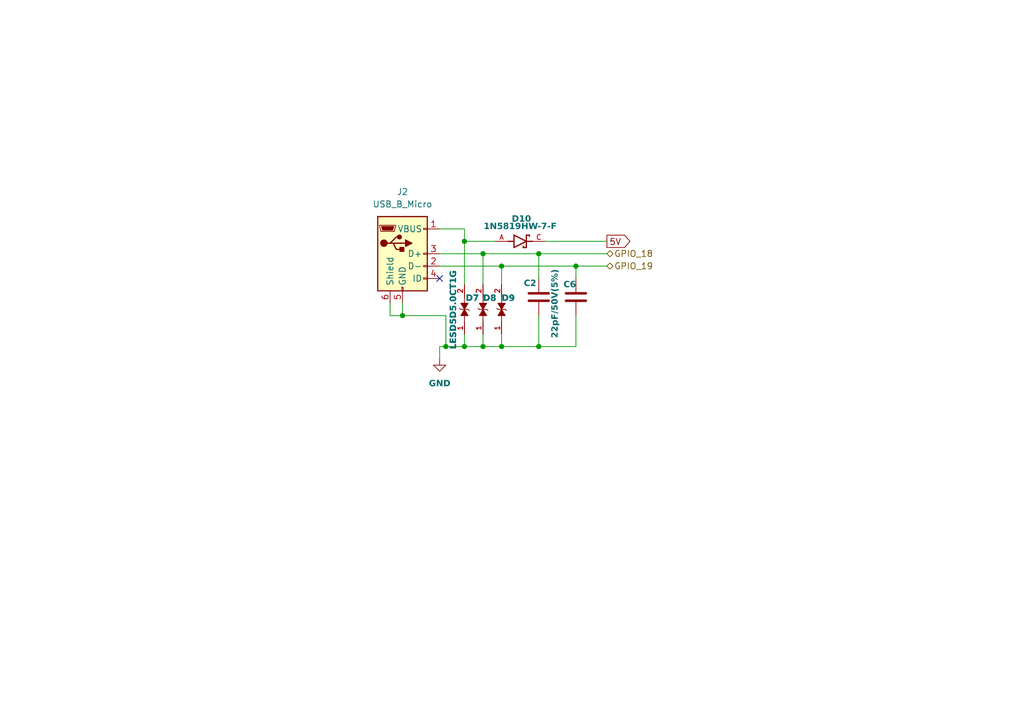
<source format=kicad_sch>
(kicad_sch (version 20250114) (generator "eeschema") (generator_version "9.0")
  (paper "A5")
  (lib_symbols
    (symbol "1N5819HW-7-F:1N5819HW-7-F" (pin_names (offset 1.016))
      (property "Reference" "D" (at -5.08 2.54 0))
      (property "Value" "1N5819HW-7-F" (at -5.08 -3.81 0))
      (symbol "1N5819HW-7-F_0_0"
        (polyline (pts (xy -2.54 0) (xy -1.27 0)) (stroke (width 0.254)))
        (polyline (pts (xy -1.27 1.27) (xy -1.27 0)) (stroke (width 0.254)))
        (polyline (pts (xy -1.27 0) (xy -1.27 -1.27)) (stroke (width 0.254)))
        (polyline (pts (xy -1.27 -1.27) (xy 1.27 0)) (stroke (width 0.254)))
        (polyline (pts (xy 0.635 -1.016) (xy 0.635 -1.27)) (stroke (width 0.254)))
        (polyline (pts (xy 1.27 1.27) (xy 1.27 0)) (stroke (width 0.254)))
        (polyline (pts (xy 1.27 0) (xy -1.27 1.27)) (stroke (width 0.254)))
        (polyline (pts (xy 1.27 0) (xy 1.27 -1.27)) (stroke (width 0.254)))
        (polyline (pts (xy 1.27 -1.27) (xy 0.635 -1.27)) (stroke (width 0.254)))
        (polyline (pts (xy 1.905 1.27) (xy 1.27 1.27)) (stroke (width 0.254)))
        (polyline (pts (xy 1.905 1.27) (xy 1.905 1.016)) (stroke (width 0.254)))
        (polyline (pts (xy 2.54 0) (xy 1.27 0)) (stroke (width 0.254)))
        (pin passive line (at -5.08 0 0) (length 2.54) (name "~") (number "A"))
        (pin passive line (at 5.08 0 180) (length 2.54) (name "~") (number "C"))
      )
    )
    (symbol "Connector:USB_B_Micro" (pin_names (offset 1.016))
      (property "Reference" "J" (at -5.08 11.43 0))
      (property "Value" "USB_B_Micro" (at -5.08 8.89 0))
      (symbol "USB_B_Micro_0_1"
        (rectangle (start -5.08 -7.62) (end 5.08 7.62) (stroke (width 0.254)) (fill (type background)))
        (polyline (pts (xy -4.699 5.842) (xy -4.699 5.588) (xy -4.445 4.826) (xy -4.445 4.572) (xy -1.651 4.572) (xy -1.651 4.826) (xy -1.397 5.588) (xy -1.397 5.842) (xy -4.699 5.842)))
        (polyline (pts (xy -4.318 5.588) (xy -1.778 5.588) (xy -2.032 4.826) (xy -4.064 4.826) (xy -4.318 5.588)) (fill (type outline)))
        (circle (center -3.81 2.159) (radius 0.635) (stroke (width 0.254)) (fill (type outline)))
        (polyline (pts (xy -3.175 2.159) (xy -2.54 2.159) (xy -1.27 3.429) (xy -0.635 3.429)) (stroke (width 0.254)))
        (polyline (pts (xy -2.54 2.159) (xy -1.905 2.159) (xy -1.27 0.889) (xy 0 0.889)) (stroke (width 0.254)))
        (polyline (pts (xy -1.905 2.159) (xy 0.635 2.159)) (stroke (width 0.254)))
        (circle (center -0.635 3.429) (radius 0.381) (stroke (width 0.254)) (fill (type outline)))
        (rectangle (start -0.127 -7.62) (end 0.127 -6.858))
        (rectangle (start 0.254 1.27) (end -0.508 0.508) (stroke (width 0.254)) (fill (type outline)))
        (polyline (pts (xy 0.635 2.794) (xy 0.635 1.524) (xy 1.905 2.159) (xy 0.635 2.794)) (stroke (width 0.254)) (fill (type outline)))
        (rectangle (start 5.08 4.953) (end 4.318 5.207))
        (rectangle (start 5.08 -0.127) (end 4.318 0.127))
        (rectangle (start 5.08 -2.667) (end 4.318 -2.413))
        (rectangle (start 5.08 -5.207) (end 4.318 -4.953))
      )
      (symbol "USB_B_Micro_1_1"
        (pin passive line (at -2.54 -10.16 90) (length 2.54) (name "Shield") (number "6"))
        (pin power_out line (at 0 -10.16 90) (length 2.54) (name "GND") (number "5"))
        (pin power_out line (at 7.62 5.08 180) (length 2.54) (name "VBUS") (number "1"))
        (pin bidirectional line (at 7.62 0 180) (length 2.54) (name "D+") (number "3"))
        (pin bidirectional line (at 7.62 -2.54 180) (length 2.54) (name "D-") (number "2"))
        (pin passive line (at 7.62 -5.08 180) (length 2.54) (name "ID") (number "4"))
      )
    )
    (symbol "Device:C" (pin_numbers (hide yes)) (pin_names (offset 0.254))
      (property "Reference" "C" (at 0.635 2.54 0))
      (property "Value" "C" (at 0.635 -2.54 0))
      (symbol "C_0_1"
        (polyline (pts (xy -2.032 0.762) (xy 2.032 0.762)) (stroke (width 0.508)))
        (polyline (pts (xy -2.032 -0.762) (xy 2.032 -0.762)) (stroke (width 0.508)))
      )
      (symbol "C_1_1"
        (pin passive line (at 0 3.81 270) (length 2.794) (name "~") (number "1"))
        (pin passive line (at 0 -3.81 90) (length 2.794) (name "~") (number "2"))
      )
    )
    (symbol "LESD5D5.0CT1G:LESD5D5.0CT1G" (pin_names (offset 1.016))
      (property "Reference" "D" (at -5.08 2.54 0))
      (property "Value" "LESD5D5.0CT1G" (at -5.08 -5.08 0))
      (symbol "LESD5D5.0CT1G_0_0"
        (polyline (pts (xy -1.27 0) (xy -2.54 0)) (stroke (width 0.1524)))
        (polyline (pts (xy 0 0.762) (xy 0.254 1.016)) (stroke (width 0.1524)))
        (polyline (pts (xy 0 0) (xy -1.27 -0.762) (xy -1.27 0.762) (xy 0 0)) (stroke (width 0.1524)) (fill (type outline)))
        (polyline (pts (xy 0 0) (xy 1.27 0.762) (xy 1.27 -0.762) (xy 0 0)) (stroke (width 0.1524)) (fill (type outline)))
        (polyline (pts (xy 0 -0.762) (xy -0.254 -1.016)) (stroke (width 0.1524)))
        (polyline (pts (xy 0 -0.762) (xy 0 0.762)) (stroke (width 0.1524)))
        (polyline (pts (xy 1.27 0) (xy 2.54 0)) (stroke (width 0.1524)))
        (pin passive line (at -5.08 0 0) (length 2.54) (name "~") (number "1"))
        (pin passive line (at 5.08 0 180) (length 2.54) (name "~") (number "2"))
      )
    )
    (symbol "power:GND" (power) (pin_numbers (hide yes)) (pin_names (offset 0) (hide yes))
      (property "Value" "GND" (at 0 -3.81 0))
      (symbol "GND_0_1"
        (polyline (pts (xy 0 0) (xy 0 -1.27) (xy 1.27 -1.27) (xy 0 -2.54) (xy -1.27 -1.27) (xy 0 -1.27)))
      )
      (symbol "GND_1_1"
        (pin power_in line (at 0 0 270) (length 0) (name "~") (number "1"))
      )
    )
  )
  (junction (at 95.25 49.53))
  (junction (at 95.25 71.12))
  (junction (at 110.49 52.07))
  (junction (at 102.87 71.12))
  (junction (at 99.06 71.12))
  (junction (at 102.87 54.61))
  (junction (at 118.11 54.61))
  (junction (at 91.44 71.12))
  (junction (at 82.55 64.77))
  (junction (at 99.06 52.07))
  (junction (at 110.49 71.12))
  (no_connect (at 90.17 57.15))
  (wire (pts (xy 95.25 46.99) (xy 95.25 49.53)))
  (wire (pts (xy 95.25 68.58) (xy 95.25 71.12)))
  (wire (pts (xy 82.55 62.23) (xy 82.55 64.77)))
  (wire (pts (xy 102.87 54.61) (xy 118.11 54.61)))
  (wire (pts (xy 110.49 52.07) (xy 110.49 57.15)))
  (wire (pts (xy 110.49 52.07) (xy 124.46 52.07)))
  (wire (pts (xy 110.49 71.12) (xy 118.11 71.12)))
  (wire (pts (xy 91.44 64.77) (xy 91.44 71.12)))
  (wire (pts (xy 118.11 54.61) (xy 118.11 57.15)))
  (wire (pts (xy 111.76 49.53) (xy 124.46 49.53)))
  (wire (pts (xy 102.87 71.12) (xy 110.49 71.12)))
  (wire (pts (xy 99.06 52.07) (xy 99.06 58.42)))
  (wire (pts (xy 110.49 64.77) (xy 110.49 71.12)))
  (wire (pts (xy 95.25 49.53) (xy 95.25 58.42)))
  (wire (pts (xy 90.17 52.07) (xy 99.06 52.07)))
  (wire (pts (xy 90.17 46.99) (xy 95.25 46.99)))
  (wire (pts (xy 99.06 68.58) (xy 99.06 71.12)))
  (wire (pts (xy 118.11 54.61) (xy 124.46 54.61)))
  (wire (pts (xy 90.17 54.61) (xy 102.87 54.61)))
  (wire (pts (xy 102.87 54.61) (xy 102.87 58.42)))
  (wire (pts (xy 118.11 64.77) (xy 118.11 71.12)))
  (wire (pts (xy 80.01 64.77) (xy 80.01 62.23)))
  (wire (pts (xy 95.25 49.53) (xy 101.6 49.53)))
  (wire (pts (xy 82.55 64.77) (xy 91.44 64.77)))
  (wire (pts (xy 90.17 71.12) (xy 90.17 73.66)))
  (wire (pts (xy 102.87 68.58) (xy 102.87 71.12)))
  (wire (pts (xy 91.44 71.12) (xy 90.17 71.12)))
  (wire (pts (xy 95.25 71.12) (xy 99.06 71.12)))
  (wire (pts (xy 91.44 71.12) (xy 95.25 71.12)))
  (wire (pts (xy 99.06 52.07) (xy 110.49 52.07)))
  (wire (pts (xy 80.01 64.77) (xy 82.55 64.77)))
  (wire (pts (xy 99.06 71.12) (xy 102.87 71.12)))
  (global_label "5V" (shape output) (at 124.46 49.53 0) (property "Intersheetrefs" "${INTERSHEET_REFS}" (effects (hide yes))))
  (hierarchical_label "GPIO_19" (shape bidirectional) (at 124.46 54.61 0))
  (hierarchical_label "GPIO_18" (shape bidirectional) (at 124.46 52.07 0))
  (symbol (lib_id "Device:C") (at 118.11 60.96 0) (unit 1)
    (property "Reference" "C6" (at 115.57 58.42 0) (effects (justify left)))
    (property "Value" "22pF/50V(5%)" (effects (hide yes)))
    (property "Footprint" "Capacitor_SMD:C_0201_0603Metric" (effects (hide yes)))
    (property "Description" "Unpolarized capacitor 22pF/50V(5%)(NC)" (effects (hide yes)))
  )
  (symbol (lib_id "Device:C") (at 110.49 60.96 0) (unit 1)
    (property "Reference" "C2" (at 107.442 58.166 0) (effects (justify left)))
    (property "Value" "22pF/50V(5%)" (at 114.554 69.342 90) (effects (justify left bottom)))
    (property "Footprint" "Capacitor_SMD:C_0201_0603Metric" (effects (hide yes)))
    (property "Description" "Unpolarized capacitor 22pF/50V(5%)(NC)" (effects (hide yes)))
  )
  (symbol (lib_id "LESD5D5.0CT1G:LESD5D5.0CT1G") (at 95.25 63.5 90) (unit 1)
    (property "Reference" "D7" (at 95.504 61.214 90) (effects (justify right)))
    (property "Value" "LESD5D5.0CT1G" (effects (hide yes)))
    (property "Footprint" "LESD5D5.0CT1G:TVS_LESD5D5.0CT1G" (effects (hide yes)))
    (property "Description" "LESD5D5.0CT1G:TVS_LESD5D5.0CT1G" (effects (hide yes)))
    (property "MF" "Leshan Radio Co." (effects (hide yes)))
    (property "MAXIMUM_PACKAGE_HEIGHT" "0.7 mm" (effects (hide yes)))
    (property "Package" "None" (effects (hide yes)))
    (property "Price" "None" (effects (hide yes)))
    (property "Check_prices" "https://www.snapeda.com/parts/LESD5D5.0CT1G/Leshan+Radio/view-part/?ref=eda" (effects (hide yes)))
    (property "STANDARD" "Manufacturer Recommendations" (effects (hide yes)))
    (property "PARTREV" "O" (effects (hide yes)))
    (property "SnapEDA_Link" "https://www.snapeda.com/parts/LESD5D5.0CT1G/Leshan+Radio/view-part/?ref=snap" (effects (hide yes)))
    (property "MP" "LESD5D5.0CT1G" (effects (hide yes)))
    (property "Description_1" "Transient Voltage Suppressors for ESD Protection" (effects (hide yes)))
    (property "Availability" "In Stock" (effects (hide yes)))
    (property "MANUFACTURER" "LRC" (effects (hide yes)))
  )
  (symbol (lib_id "LESD5D5.0CT1G:LESD5D5.0CT1G") (at 102.87 63.5 90) (unit 1)
    (property "Reference" "D9" (at 102.87 61.214 90) (effects (justify right)))
    (property "Value" "LESD5D5.0CT1G" (at 93.726 71.12 0) (effects (justify left bottom)))
    (property "Footprint" "LESD5D5.0CT1G:TVS_LESD5D5.0CT1G" (effects (hide yes)))
    (property "Description" "LESD5D5.0CT1G:TVS_LESD5D5.0CT1G" (effects (hide yes)))
    (property "MF" "Leshan Radio Co." (effects (hide yes)))
    (property "MAXIMUM_PACKAGE_HEIGHT" "0.7 mm" (effects (hide yes)))
    (property "Package" "None" (effects (hide yes)))
    (property "Price" "None" (effects (hide yes)))
    (property "Check_prices" "https://www.snapeda.com/parts/LESD5D5.0CT1G/Leshan+Radio/view-part/?ref=eda" (effects (hide yes)))
    (property "STANDARD" "Manufacturer Recommendations" (effects (hide yes)))
    (property "PARTREV" "O" (effects (hide yes)))
    (property "SnapEDA_Link" "https://www.snapeda.com/parts/LESD5D5.0CT1G/Leshan+Radio/view-part/?ref=snap" (effects (hide yes)))
    (property "MP" "LESD5D5.0CT1G" (effects (hide yes)))
    (property "Description_1" "Transient Voltage Suppressors for ESD Protection" (effects (hide yes)))
    (property "Availability" "In Stock" (effects (hide yes)))
    (property "MANUFACTURER" "LRC" (effects (hide yes)))
  )
  (symbol (lib_id "Connector:USB_B_Micro") (at 82.55 52.07 0) (unit 1)
    (property "Reference" "J2" (at 82.55 39.37 0))
    (property "Value" "USB_B_Micro" (at 82.55 41.91 0))
    (property "Footprint" "Connector_USB:USB_Micro-B_Amphenol_10118194_Horizontal" (effects (hide yes)))
    (property "Description" "USB Micro Type B connector" (effects (hide yes)))
  )
  (symbol (lib_id "1N5819HW-7-F:1N5819HW-7-F") (at 106.68 49.53 0) (unit 1)
    (property "Reference" "D10" (at 106.934 44.958 0))
    (property "Value" "1N5819HW-7-F" (at 106.68 46.482 0))
    (property "Footprint" "1N5819HW-7-F:SOD3715X145N" (effects (hide yes)))
    (property "Description" "1N5819HW-7-F:SOD3715X145N" (effects (hide yes)))
    (property "DigiKey_Part_Number" "1N5819HW-FDITR-ND" (effects (hide yes)))
    (property "SnapEDA_Link" "https://www.snapeda.com/parts/1N5819HW-7-F/Diodes+Inc./view-part/?ref=snap" (effects (hide yes)))
    (property "Description_1" "Diode Schottky 1A 40V SOD123 | Diodes Inc 1N5819HW-7-F" (effects (hide yes)))
    (property "Package" "SOD-123 Fairchild Semiconductor" (effects (hide yes)))
    (property "Check_prices" "https://www.snapeda.com/parts/1N5819HW-7-F/Diodes+Inc./view-part/?ref=eda" (effects (hide yes)))
    (property "STANDARD" "IPC-7351B" (effects (hide yes)))
    (property "PARTREV" "18-2" (effects (hide yes)))
    (property "MF" "Diodes Inc." (effects (hide yes)))
    (property "MP" "1N5819HW-7-F" (effects (hide yes)))
    (property "MANUFACTURER" "Diodes Inc." (effects (hide yes)))
  )
  (symbol (lib_id "power:GND") (at 90.17 73.66 0) (unit 1)
    (property "Reference" "#PWR011" (effects (hide yes)))
    (property "Value" "GND" (at 90.17 78.74 0))
    (property "Description" "Power symbol creates a global label with name \"GND\" , ground" (effects (hide yes)))
  )
  (symbol (lib_id "LESD5D5.0CT1G:LESD5D5.0CT1G") (at 99.06 63.5 90) (unit 1)
    (property "Reference" "D8" (at 99.06 61.214 90) (effects (justify right)))
    (property "Value" "LESD5D5.0CT1G" (effects (hide yes)))
    (property "Footprint" "LESD5D5.0CT1G:TVS_LESD5D5.0CT1G" (effects (hide yes)))
    (property "Description" "LESD5D5.0CT1G:TVS_LESD5D5.0CT1G" (effects (hide yes)))
    (property "MF" "Leshan Radio Co." (effects (hide yes)))
    (property "MAXIMUM_PACKAGE_HEIGHT" "0.7 mm" (effects (hide yes)))
    (property "Package" "None" (effects (hide yes)))
    (property "Price" "None" (effects (hide yes)))
    (property "Check_prices" "https://www.snapeda.com/parts/LESD5D5.0CT1G/Leshan+Radio/view-part/?ref=eda" (effects (hide yes)))
    (property "STANDARD" "Manufacturer Recommendations" (effects (hide yes)))
    (property "PARTREV" "O" (effects (hide yes)))
    (property "SnapEDA_Link" "https://www.snapeda.com/parts/LESD5D5.0CT1G/Leshan+Radio/view-part/?ref=snap" (effects (hide yes)))
    (property "MP" "LESD5D5.0CT1G" (effects (hide yes)))
    (property "Description_1" "Transient Voltage Suppressors for ESD Protection" (effects (hide yes)))
    (property "Availability" "In Stock" (effects (hide yes)))
    (property "MANUFACTURER" "LRC" (effects (hide yes)))
  )
)
</source>
